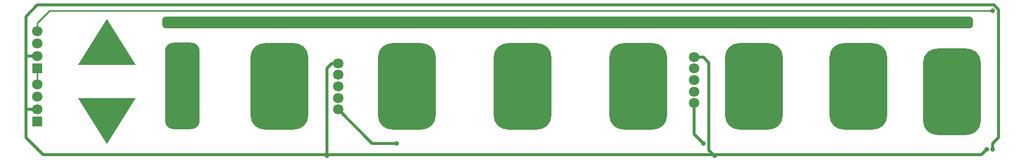
<source format=gtl>
G04 #@! TF.GenerationSoftware,KiCad,Pcbnew,7.0.5-0*
G04 #@! TF.CreationDate,2024-12-30T17:13:37-05:00*
G04 #@! TF.ProjectId,ESP32_MIDI_v3a,45535033-325f-44d4-9944-495f7633612e,rev?*
G04 #@! TF.SameCoordinates,Original*
G04 #@! TF.FileFunction,Copper,L1,Top*
G04 #@! TF.FilePolarity,Positive*
%FSLAX46Y46*%
G04 Gerber Fmt 4.6, Leading zero omitted, Abs format (unit mm)*
G04 Created by KiCad (PCBNEW 7.0.5-0) date 2024-12-30 17:13:37*
%MOMM*%
%LPD*%
G01*
G04 APERTURE LIST*
G04 Aperture macros list*
%AMRoundRect*
0 Rectangle with rounded corners*
0 $1 Rounding radius*
0 $2 $3 $4 $5 $6 $7 $8 $9 X,Y pos of 4 corners*
0 Add a 4 corners polygon primitive as box body*
4,1,4,$2,$3,$4,$5,$6,$7,$8,$9,$2,$3,0*
0 Add four circle primitives for the rounded corners*
1,1,$1+$1,$2,$3*
1,1,$1+$1,$4,$5*
1,1,$1+$1,$6,$7*
1,1,$1+$1,$8,$9*
0 Add four rect primitives between the rounded corners*
20,1,$1+$1,$2,$3,$4,$5,0*
20,1,$1+$1,$4,$5,$6,$7,0*
20,1,$1+$1,$6,$7,$8,$9,0*
20,1,$1+$1,$8,$9,$2,$3,0*%
%AMOutline4P*
0 Free polygon, 4 corners , with rotation*
0 The origin of the aperture is its center*
0 number of corners: always 4*
0 $1 to $8 corner X, Y*
0 $9 Rotation angle, in degrees counterclockwise*
0 create outline with 4 corners*
4,1,4,$1,$2,$3,$4,$5,$6,$7,$8,$1,$2,$9*%
G04 Aperture macros list end*
G04 #@! TA.AperFunction,SMDPad,CuDef*
%ADD10RoundRect,0.500000X-69.500000X-0.500000X69.500000X-0.500000X69.500000X0.500000X-69.500000X0.500000X0*%
G04 #@! TD*
G04 #@! TA.AperFunction,ComponentPad*
%ADD11C,1.800000*%
G04 #@! TD*
G04 #@! TA.AperFunction,SMDPad,CuDef*
%ADD12RoundRect,2.500000X2.500000X-5.000000X2.500000X5.000000X-2.500000X5.000000X-2.500000X-5.000000X0*%
G04 #@! TD*
G04 #@! TA.AperFunction,SMDPad,CuDef*
%ADD13Outline4P,-5.000000X-4.000000X5.000000X-4.000000X0.000000X4.000000X0.000000X4.000000X0.000000*%
G04 #@! TD*
G04 #@! TA.AperFunction,SMDPad,CuDef*
%ADD14Outline4P,-5.000000X-4.000000X5.000000X-4.000000X0.000000X4.000000X0.000000X4.000000X180.000000*%
G04 #@! TD*
G04 #@! TA.AperFunction,SMDPad,CuDef*
%ADD15RoundRect,1.500000X1.500000X-6.000000X1.500000X6.000000X-1.500000X6.000000X-1.500000X-6.000000X0*%
G04 #@! TD*
G04 #@! TA.AperFunction,ComponentPad*
%ADD16R,1.800000X1.800000*%
G04 #@! TD*
G04 #@! TA.AperFunction,ViaPad*
%ADD17C,0.800000*%
G04 #@! TD*
G04 #@! TA.AperFunction,Conductor*
%ADD18C,0.500000*%
G04 #@! TD*
G04 #@! TA.AperFunction,Conductor*
%ADD19C,0.250000*%
G04 #@! TD*
G04 APERTURE END LIST*
D10*
X130556000Y-87000000D03*
D11*
X152400000Y-101000000D03*
X152400000Y-99000000D03*
X152400000Y-97000000D03*
X152400000Y-95000000D03*
X152400000Y-93000000D03*
X90932000Y-94108000D03*
X90932000Y-96108000D03*
X90932000Y-98108000D03*
X90932000Y-100108000D03*
X90932000Y-102108000D03*
D12*
X122793423Y-98078000D03*
D13*
X51000000Y-90424000D03*
D12*
X80793423Y-98078000D03*
D14*
X51000000Y-104140000D03*
D12*
X142793423Y-98078000D03*
D15*
X64000000Y-98000000D03*
D12*
X102793423Y-98078000D03*
D16*
X39000000Y-95000000D03*
D11*
X39000000Y-92841000D03*
X39000000Y-90682000D03*
X39000000Y-88523000D03*
D12*
X180793423Y-98078000D03*
D16*
X39000000Y-104240000D03*
D11*
X39000000Y-102081000D03*
X39000000Y-99922000D03*
X39000000Y-97763000D03*
D12*
X197000000Y-99000000D03*
X162793423Y-98078000D03*
D17*
X185000000Y-99000000D03*
X101000000Y-108000000D03*
X154000000Y-108000000D03*
X204000000Y-109000000D03*
X156000000Y-110157500D03*
X203000000Y-109000000D03*
X89000000Y-110157500D03*
X167000000Y-99000000D03*
X146000000Y-100000000D03*
X125000000Y-103000000D03*
X51000000Y-105000000D03*
X183000000Y-87000000D03*
X197000000Y-95000000D03*
X52000000Y-90000000D03*
X85000000Y-101000000D03*
X204000000Y-85000000D03*
X62000000Y-105000000D03*
X107000000Y-94000000D03*
D18*
X37000000Y-102000000D02*
X37000000Y-86000000D01*
X205000000Y-107000000D02*
X204000000Y-108000000D01*
X205000000Y-84797918D02*
X205000000Y-107000000D01*
X37000000Y-86000000D02*
X39000000Y-84000000D01*
X39000000Y-84000000D02*
X204202082Y-84000000D01*
X204202082Y-84000000D02*
X205000000Y-84797918D01*
X204000000Y-108000000D02*
X204000000Y-109000000D01*
D19*
X185000000Y-99000000D02*
X184625000Y-98625000D01*
X184625000Y-98625000D02*
X180793423Y-98625000D01*
D18*
X152400000Y-101000000D02*
X152400000Y-106400000D01*
X152400000Y-106400000D02*
X154000000Y-108000000D01*
X90932000Y-102108000D02*
X96824000Y-108000000D01*
X96824000Y-108000000D02*
X101000000Y-108000000D01*
X89000000Y-95000000D02*
X89000000Y-110157500D01*
X203000000Y-109000000D02*
X202000000Y-110000000D01*
X37000000Y-107000000D02*
X37000000Y-102000000D01*
X37081000Y-102081000D02*
X37000000Y-102000000D01*
X152400000Y-93000000D02*
X154000000Y-93000000D01*
X89892000Y-94108000D02*
X89000000Y-95000000D01*
X40000000Y-110000000D02*
X37000000Y-107000000D01*
X202000000Y-110000000D02*
X40000000Y-110000000D01*
X155000000Y-109157500D02*
X156000000Y-110157500D01*
X154000000Y-93000000D02*
X155000000Y-94000000D01*
X37000000Y-93000000D02*
X37000000Y-102000000D01*
X90932000Y-94108000D02*
X89892000Y-94108000D01*
X39000000Y-92841000D02*
X37159000Y-92841000D01*
X155000000Y-94000000D02*
X155000000Y-109157500D01*
X37159000Y-92841000D02*
X37000000Y-93000000D01*
X39000000Y-102081000D02*
X37081000Y-102081000D01*
D19*
X144625000Y-98625000D02*
X142793423Y-98625000D01*
X146000000Y-100000000D02*
X144625000Y-98625000D01*
X125000000Y-103000000D02*
X125000000Y-100284577D01*
X125000000Y-100284577D02*
X124649578Y-99934155D01*
X51000000Y-105000000D02*
X51000000Y-104140000D01*
X183000000Y-87000000D02*
X181000000Y-87000000D01*
X197625000Y-95625000D02*
X197625000Y-101000000D01*
X197000000Y-95000000D02*
X197625000Y-95625000D01*
X52000000Y-90000000D02*
X51424000Y-90000000D01*
X51424000Y-90000000D02*
X51000000Y-90424000D01*
X83715423Y-101000000D02*
X82649578Y-99934155D01*
X85000000Y-101000000D02*
X83715423Y-101000000D01*
X41125000Y-85000000D02*
X39000000Y-87125000D01*
X204000000Y-85000000D02*
X41125000Y-85000000D01*
X39000000Y-87125000D02*
X39000000Y-88523000D01*
X62793423Y-104206577D02*
X62000000Y-105000000D01*
X62793423Y-98000000D02*
X62793423Y-104206577D01*
X107000000Y-94000000D02*
X103159112Y-94000000D01*
X103159112Y-94000000D02*
X100937267Y-96221845D01*
X39000000Y-95000000D02*
X39000000Y-97000000D01*
X39000000Y-97000000D02*
X39000000Y-98000000D01*
X39000000Y-97763000D02*
X39000000Y-97000000D01*
M02*

</source>
